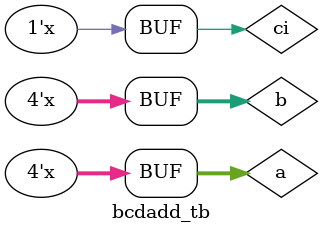
<source format=v>
`timescale 1ns / 1ps


module bcdadd_tb;
reg [3:0]a,b;
reg ci;
wire [3:0]bcdadd_r;
wire bcd_c;
    
bcdadd u_bcdadd(
.a(a), .b(b), .ci(ci), .bcdadd_r(bcdadd_r), .bcd_c(bcd_c)
);
    
    initial begin
    a = 4'b0;
    b = 4'b0;
    ci = 1'b0;
    end
    
    always @(a or b or ci) begin
    a<=#10 a+4'b1;
    b<=#20 b-4'b1;
    ci <= #30 ~ci;
    end
    
    
endmodule

</source>
